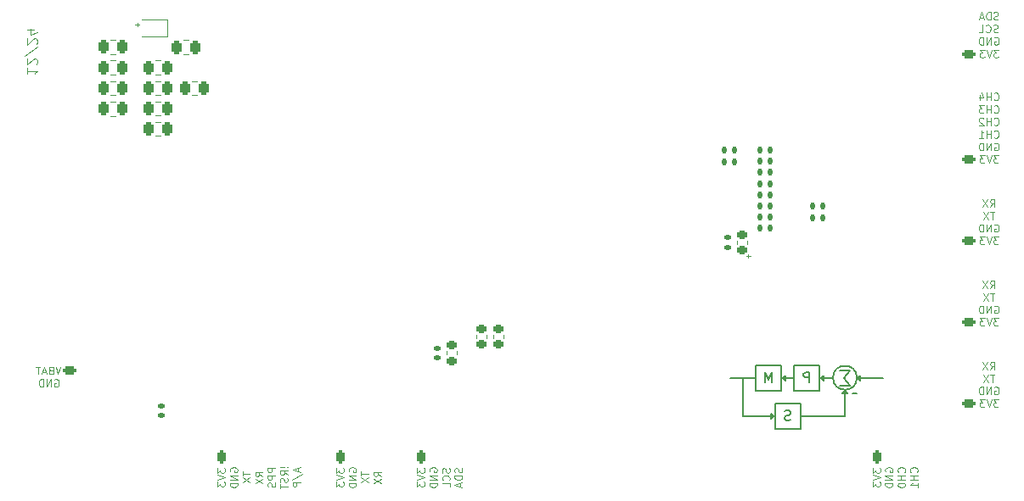
<source format=gbo>
G04 #@! TF.GenerationSoftware,KiCad,Pcbnew,8.0.5*
G04 #@! TF.CreationDate,2025-02-16T07:26:16+05:30*
G04 #@! TF.ProjectId,Hades,48616465-732e-46b6-9963-61645f706362,rev?*
G04 #@! TF.SameCoordinates,Original*
G04 #@! TF.FileFunction,Legend,Bot*
G04 #@! TF.FilePolarity,Positive*
%FSLAX46Y46*%
G04 Gerber Fmt 4.6, Leading zero omitted, Abs format (unit mm)*
G04 Created by KiCad (PCBNEW 8.0.5) date 2025-02-16 07:26:16*
%MOMM*%
%LPD*%
G01*
G04 APERTURE LIST*
G04 Aperture macros list*
%AMRoundRect*
0 Rectangle with rounded corners*
0 $1 Rounding radius*
0 $2 $3 $4 $5 $6 $7 $8 $9 X,Y pos of 4 corners*
0 Add a 4 corners polygon primitive as box body*
4,1,4,$2,$3,$4,$5,$6,$7,$8,$9,$2,$3,0*
0 Add four circle primitives for the rounded corners*
1,1,$1+$1,$2,$3*
1,1,$1+$1,$4,$5*
1,1,$1+$1,$6,$7*
1,1,$1+$1,$8,$9*
0 Add four rect primitives between the rounded corners*
20,1,$1+$1,$2,$3,$4,$5,0*
20,1,$1+$1,$4,$5,$6,$7,0*
20,1,$1+$1,$6,$7,$8,$9,0*
20,1,$1+$1,$8,$9,$2,$3,0*%
G04 Aperture macros list end*
%ADD10C,0.150000*%
%ADD11C,0.100000*%
%ADD12C,0.050000*%
%ADD13C,0.120000*%
%ADD14C,0.800000*%
%ADD15C,6.400000*%
%ADD16RoundRect,0.200000X-0.200000X-0.450000X0.200000X-0.450000X0.200000X0.450000X-0.200000X0.450000X0*%
%ADD17O,0.800000X1.300000*%
%ADD18C,2.250000*%
%ADD19C,2.400000*%
%ADD20R,5.516000X5.516000*%
%ADD21C,5.516000*%
%ADD22RoundRect,0.200000X-0.450000X0.200000X-0.450000X-0.200000X0.450000X-0.200000X0.450000X0.200000X0*%
%ADD23O,1.300000X0.800000*%
%ADD24RoundRect,0.200000X0.450000X-0.200000X0.450000X0.200000X-0.450000X0.200000X-0.450000X-0.200000X0*%
%ADD25R,1.700000X1.700000*%
%ADD26O,1.700000X1.700000*%
%ADD27C,1.800000*%
%ADD28C,2.000000*%
%ADD29RoundRect,0.147500X-0.147500X-0.172500X0.147500X-0.172500X0.147500X0.172500X-0.147500X0.172500X0*%
%ADD30RoundRect,0.243750X-0.243750X-0.456250X0.243750X-0.456250X0.243750X0.456250X-0.243750X0.456250X0*%
%ADD31RoundRect,0.243750X0.243750X0.456250X-0.243750X0.456250X-0.243750X-0.456250X0.243750X-0.456250X0*%
%ADD32RoundRect,0.218750X0.256250X-0.218750X0.256250X0.218750X-0.256250X0.218750X-0.256250X-0.218750X0*%
%ADD33RoundRect,0.147500X0.172500X-0.147500X0.172500X0.147500X-0.172500X0.147500X-0.172500X-0.147500X0*%
%ADD34R,0.600000X0.450000*%
G04 APERTURE END LIST*
D10*
X109474000Y-72732900D02*
X109220000Y-72478900D01*
X105410000Y-73748900D02*
X105410000Y-72478900D01*
X101600000Y-73748900D02*
X101600000Y-72478900D01*
X100965000Y-77558900D02*
X100965000Y-76288900D01*
X107950000Y-76288900D02*
X107950000Y-73677015D01*
X108204000Y-74002900D02*
X107950000Y-73748900D01*
X105791000Y-72732900D02*
X105537000Y-72478900D01*
X101981000Y-72732900D02*
X101727000Y-72478900D01*
X100584000Y-76542900D02*
X100838000Y-76288900D01*
X108458000Y-71716900D02*
X107823000Y-72478900D01*
X107823000Y-72478900D02*
X108458000Y-73240900D01*
X96520000Y-72478900D02*
X99060000Y-72478900D01*
X101981000Y-72224900D02*
X101981000Y-72732900D01*
X102870000Y-72478900D02*
X101600000Y-72478900D01*
X105410000Y-72478900D02*
X105410000Y-71208900D01*
X109474000Y-72224900D02*
X109474000Y-72732900D01*
X107950000Y-73748900D02*
X107696000Y-74002900D01*
X102870000Y-71208900D02*
X102870000Y-73748900D01*
X100584000Y-76034900D02*
X100584000Y-76542900D01*
X97790000Y-76288900D02*
X100965000Y-76288900D01*
X102870000Y-73748900D02*
X105410000Y-73748900D01*
X103505000Y-75018900D02*
X103505000Y-77558900D01*
X100965000Y-76288900D02*
X100965000Y-75018900D01*
X100838000Y-76288900D02*
X100584000Y-76034900D01*
X108712000Y-74002900D02*
X109093000Y-74002900D01*
X101600000Y-71208900D02*
X99060000Y-71208900D01*
X99060000Y-73748900D02*
X101600000Y-73748900D01*
X106751885Y-72478900D02*
X105410000Y-72478900D01*
X109148116Y-72478900D02*
G75*
G02*
X106751884Y-72478900I-1198116J0D01*
G01*
X106751884Y-72478900D02*
G75*
G02*
X109148116Y-72478900I1198116J0D01*
G01*
X101600000Y-72478900D02*
X101600000Y-71208900D01*
X105537000Y-72478900D02*
X105791000Y-72224900D01*
X103505000Y-76288900D02*
X107950000Y-76288900D01*
X109220000Y-72478900D02*
X109474000Y-72224900D01*
X101727000Y-72478900D02*
X101981000Y-72224900D01*
X105791000Y-72224900D02*
X105791000Y-72732900D01*
X103505000Y-77558900D02*
X100965000Y-77558900D01*
X105410000Y-71208900D02*
X102870000Y-71208900D01*
X97790000Y-72478900D02*
X97790000Y-76288900D01*
X100965000Y-75018900D02*
X103505000Y-75018900D01*
X108458000Y-73240900D02*
X107442000Y-73240900D01*
X111760000Y-72478900D02*
X109220000Y-72478900D01*
X107696000Y-74002900D02*
X108204000Y-74002900D01*
X107442000Y-71716900D02*
X108458000Y-71716900D01*
X99060000Y-71208900D02*
X99060000Y-73748900D01*
D11*
X123193856Y-37948850D02*
X123086714Y-37984564D01*
X123086714Y-37984564D02*
X122908142Y-37984564D01*
X122908142Y-37984564D02*
X122836714Y-37948850D01*
X122836714Y-37948850D02*
X122800999Y-37913135D01*
X122800999Y-37913135D02*
X122765285Y-37841707D01*
X122765285Y-37841707D02*
X122765285Y-37770278D01*
X122765285Y-37770278D02*
X122800999Y-37698850D01*
X122800999Y-37698850D02*
X122836714Y-37663135D01*
X122836714Y-37663135D02*
X122908142Y-37627421D01*
X122908142Y-37627421D02*
X123050999Y-37591707D01*
X123050999Y-37591707D02*
X123122428Y-37555992D01*
X123122428Y-37555992D02*
X123158142Y-37520278D01*
X123158142Y-37520278D02*
X123193856Y-37448850D01*
X123193856Y-37448850D02*
X123193856Y-37377421D01*
X123193856Y-37377421D02*
X123158142Y-37305992D01*
X123158142Y-37305992D02*
X123122428Y-37270278D01*
X123122428Y-37270278D02*
X123050999Y-37234564D01*
X123050999Y-37234564D02*
X122872428Y-37234564D01*
X122872428Y-37234564D02*
X122765285Y-37270278D01*
X122015285Y-37913135D02*
X122050999Y-37948850D01*
X122050999Y-37948850D02*
X122158142Y-37984564D01*
X122158142Y-37984564D02*
X122229570Y-37984564D01*
X122229570Y-37984564D02*
X122336713Y-37948850D01*
X122336713Y-37948850D02*
X122408142Y-37877421D01*
X122408142Y-37877421D02*
X122443856Y-37805992D01*
X122443856Y-37805992D02*
X122479570Y-37663135D01*
X122479570Y-37663135D02*
X122479570Y-37555992D01*
X122479570Y-37555992D02*
X122443856Y-37413135D01*
X122443856Y-37413135D02*
X122408142Y-37341707D01*
X122408142Y-37341707D02*
X122336713Y-37270278D01*
X122336713Y-37270278D02*
X122229570Y-37234564D01*
X122229570Y-37234564D02*
X122158142Y-37234564D01*
X122158142Y-37234564D02*
X122050999Y-37270278D01*
X122050999Y-37270278D02*
X122015285Y-37305992D01*
X121336713Y-37984564D02*
X121693856Y-37984564D01*
X121693856Y-37984564D02*
X121693856Y-37234564D01*
X122872428Y-38514878D02*
X122943857Y-38479164D01*
X122943857Y-38479164D02*
X123050999Y-38479164D01*
X123050999Y-38479164D02*
X123158142Y-38514878D01*
X123158142Y-38514878D02*
X123229571Y-38586307D01*
X123229571Y-38586307D02*
X123265285Y-38657735D01*
X123265285Y-38657735D02*
X123300999Y-38800592D01*
X123300999Y-38800592D02*
X123300999Y-38907735D01*
X123300999Y-38907735D02*
X123265285Y-39050592D01*
X123265285Y-39050592D02*
X123229571Y-39122021D01*
X123229571Y-39122021D02*
X123158142Y-39193450D01*
X123158142Y-39193450D02*
X123050999Y-39229164D01*
X123050999Y-39229164D02*
X122979571Y-39229164D01*
X122979571Y-39229164D02*
X122872428Y-39193450D01*
X122872428Y-39193450D02*
X122836714Y-39157735D01*
X122836714Y-39157735D02*
X122836714Y-38907735D01*
X122836714Y-38907735D02*
X122979571Y-38907735D01*
X122515285Y-39229164D02*
X122515285Y-38479164D01*
X122515285Y-38479164D02*
X122086714Y-39229164D01*
X122086714Y-39229164D02*
X122086714Y-38479164D01*
X121729571Y-39229164D02*
X121729571Y-38479164D01*
X121729571Y-38479164D02*
X121551000Y-38479164D01*
X121551000Y-38479164D02*
X121443857Y-38514878D01*
X121443857Y-38514878D02*
X121372428Y-38586307D01*
X121372428Y-38586307D02*
X121336714Y-38657735D01*
X121336714Y-38657735D02*
X121301000Y-38800592D01*
X121301000Y-38800592D02*
X121301000Y-38907735D01*
X121301000Y-38907735D02*
X121336714Y-39050592D01*
X121336714Y-39050592D02*
X121372428Y-39122021D01*
X121372428Y-39122021D02*
X121443857Y-39193450D01*
X121443857Y-39193450D02*
X121551000Y-39229164D01*
X121551000Y-39229164D02*
X121729571Y-39229164D01*
X123229571Y-39723764D02*
X122765285Y-39723764D01*
X122765285Y-39723764D02*
X123015285Y-40009478D01*
X123015285Y-40009478D02*
X122908142Y-40009478D01*
X122908142Y-40009478D02*
X122836714Y-40045192D01*
X122836714Y-40045192D02*
X122800999Y-40080907D01*
X122800999Y-40080907D02*
X122765285Y-40152335D01*
X122765285Y-40152335D02*
X122765285Y-40330907D01*
X122765285Y-40330907D02*
X122800999Y-40402335D01*
X122800999Y-40402335D02*
X122836714Y-40438050D01*
X122836714Y-40438050D02*
X122908142Y-40473764D01*
X122908142Y-40473764D02*
X123122428Y-40473764D01*
X123122428Y-40473764D02*
X123193856Y-40438050D01*
X123193856Y-40438050D02*
X123229571Y-40402335D01*
X122550999Y-39723764D02*
X122300999Y-40473764D01*
X122300999Y-40473764D02*
X122050999Y-39723764D01*
X121872428Y-39723764D02*
X121408142Y-39723764D01*
X121408142Y-39723764D02*
X121658142Y-40009478D01*
X121658142Y-40009478D02*
X121550999Y-40009478D01*
X121550999Y-40009478D02*
X121479571Y-40045192D01*
X121479571Y-40045192D02*
X121443856Y-40080907D01*
X121443856Y-40080907D02*
X121408142Y-40152335D01*
X121408142Y-40152335D02*
X121408142Y-40330907D01*
X121408142Y-40330907D02*
X121443856Y-40402335D01*
X121443856Y-40402335D02*
X121479571Y-40438050D01*
X121479571Y-40438050D02*
X121550999Y-40473764D01*
X121550999Y-40473764D02*
X121765285Y-40473764D01*
X121765285Y-40473764D02*
X121836713Y-40438050D01*
X121836713Y-40438050D02*
X121872428Y-40402335D01*
X122818857Y-44694935D02*
X122854571Y-44730650D01*
X122854571Y-44730650D02*
X122961714Y-44766364D01*
X122961714Y-44766364D02*
X123033142Y-44766364D01*
X123033142Y-44766364D02*
X123140285Y-44730650D01*
X123140285Y-44730650D02*
X123211714Y-44659221D01*
X123211714Y-44659221D02*
X123247428Y-44587792D01*
X123247428Y-44587792D02*
X123283142Y-44444935D01*
X123283142Y-44444935D02*
X123283142Y-44337792D01*
X123283142Y-44337792D02*
X123247428Y-44194935D01*
X123247428Y-44194935D02*
X123211714Y-44123507D01*
X123211714Y-44123507D02*
X123140285Y-44052078D01*
X123140285Y-44052078D02*
X123033142Y-44016364D01*
X123033142Y-44016364D02*
X122961714Y-44016364D01*
X122961714Y-44016364D02*
X122854571Y-44052078D01*
X122854571Y-44052078D02*
X122818857Y-44087792D01*
X122497428Y-44766364D02*
X122497428Y-44016364D01*
X122497428Y-44373507D02*
X122068857Y-44373507D01*
X122068857Y-44766364D02*
X122068857Y-44016364D01*
X121390286Y-44266364D02*
X121390286Y-44766364D01*
X121568857Y-43980650D02*
X121747428Y-44516364D01*
X121747428Y-44516364D02*
X121283143Y-44516364D01*
X122818857Y-45964935D02*
X122854571Y-46000650D01*
X122854571Y-46000650D02*
X122961714Y-46036364D01*
X122961714Y-46036364D02*
X123033142Y-46036364D01*
X123033142Y-46036364D02*
X123140285Y-46000650D01*
X123140285Y-46000650D02*
X123211714Y-45929221D01*
X123211714Y-45929221D02*
X123247428Y-45857792D01*
X123247428Y-45857792D02*
X123283142Y-45714935D01*
X123283142Y-45714935D02*
X123283142Y-45607792D01*
X123283142Y-45607792D02*
X123247428Y-45464935D01*
X123247428Y-45464935D02*
X123211714Y-45393507D01*
X123211714Y-45393507D02*
X123140285Y-45322078D01*
X123140285Y-45322078D02*
X123033142Y-45286364D01*
X123033142Y-45286364D02*
X122961714Y-45286364D01*
X122961714Y-45286364D02*
X122854571Y-45322078D01*
X122854571Y-45322078D02*
X122818857Y-45357792D01*
X122497428Y-46036364D02*
X122497428Y-45286364D01*
X122497428Y-45643507D02*
X122068857Y-45643507D01*
X122068857Y-46036364D02*
X122068857Y-45286364D01*
X121783143Y-45286364D02*
X121318857Y-45286364D01*
X121318857Y-45286364D02*
X121568857Y-45572078D01*
X121568857Y-45572078D02*
X121461714Y-45572078D01*
X121461714Y-45572078D02*
X121390286Y-45607792D01*
X121390286Y-45607792D02*
X121354571Y-45643507D01*
X121354571Y-45643507D02*
X121318857Y-45714935D01*
X121318857Y-45714935D02*
X121318857Y-45893507D01*
X121318857Y-45893507D02*
X121354571Y-45964935D01*
X121354571Y-45964935D02*
X121390286Y-46000650D01*
X121390286Y-46000650D02*
X121461714Y-46036364D01*
X121461714Y-46036364D02*
X121676000Y-46036364D01*
X121676000Y-46036364D02*
X121747428Y-46000650D01*
X121747428Y-46000650D02*
X121783143Y-45964935D01*
X122818857Y-47196835D02*
X122854571Y-47232550D01*
X122854571Y-47232550D02*
X122961714Y-47268264D01*
X122961714Y-47268264D02*
X123033142Y-47268264D01*
X123033142Y-47268264D02*
X123140285Y-47232550D01*
X123140285Y-47232550D02*
X123211714Y-47161121D01*
X123211714Y-47161121D02*
X123247428Y-47089692D01*
X123247428Y-47089692D02*
X123283142Y-46946835D01*
X123283142Y-46946835D02*
X123283142Y-46839692D01*
X123283142Y-46839692D02*
X123247428Y-46696835D01*
X123247428Y-46696835D02*
X123211714Y-46625407D01*
X123211714Y-46625407D02*
X123140285Y-46553978D01*
X123140285Y-46553978D02*
X123033142Y-46518264D01*
X123033142Y-46518264D02*
X122961714Y-46518264D01*
X122961714Y-46518264D02*
X122854571Y-46553978D01*
X122854571Y-46553978D02*
X122818857Y-46589692D01*
X122497428Y-47268264D02*
X122497428Y-46518264D01*
X122497428Y-46875407D02*
X122068857Y-46875407D01*
X122068857Y-47268264D02*
X122068857Y-46518264D01*
X121747428Y-46589692D02*
X121711714Y-46553978D01*
X121711714Y-46553978D02*
X121640286Y-46518264D01*
X121640286Y-46518264D02*
X121461714Y-46518264D01*
X121461714Y-46518264D02*
X121390286Y-46553978D01*
X121390286Y-46553978D02*
X121354571Y-46589692D01*
X121354571Y-46589692D02*
X121318857Y-46661121D01*
X121318857Y-46661121D02*
X121318857Y-46732550D01*
X121318857Y-46732550D02*
X121354571Y-46839692D01*
X121354571Y-46839692D02*
X121783143Y-47268264D01*
X121783143Y-47268264D02*
X121318857Y-47268264D01*
X122818857Y-48454135D02*
X122854571Y-48489850D01*
X122854571Y-48489850D02*
X122961714Y-48525564D01*
X122961714Y-48525564D02*
X123033142Y-48525564D01*
X123033142Y-48525564D02*
X123140285Y-48489850D01*
X123140285Y-48489850D02*
X123211714Y-48418421D01*
X123211714Y-48418421D02*
X123247428Y-48346992D01*
X123247428Y-48346992D02*
X123283142Y-48204135D01*
X123283142Y-48204135D02*
X123283142Y-48096992D01*
X123283142Y-48096992D02*
X123247428Y-47954135D01*
X123247428Y-47954135D02*
X123211714Y-47882707D01*
X123211714Y-47882707D02*
X123140285Y-47811278D01*
X123140285Y-47811278D02*
X123033142Y-47775564D01*
X123033142Y-47775564D02*
X122961714Y-47775564D01*
X122961714Y-47775564D02*
X122854571Y-47811278D01*
X122854571Y-47811278D02*
X122818857Y-47846992D01*
X122497428Y-48525564D02*
X122497428Y-47775564D01*
X122497428Y-48132707D02*
X122068857Y-48132707D01*
X122068857Y-48525564D02*
X122068857Y-47775564D01*
X121318857Y-48525564D02*
X121747428Y-48525564D01*
X121533143Y-48525564D02*
X121533143Y-47775564D01*
X121533143Y-47775564D02*
X121604571Y-47882707D01*
X121604571Y-47882707D02*
X121676000Y-47954135D01*
X121676000Y-47954135D02*
X121747428Y-47989850D01*
X122872428Y-49055878D02*
X122943857Y-49020164D01*
X122943857Y-49020164D02*
X123050999Y-49020164D01*
X123050999Y-49020164D02*
X123158142Y-49055878D01*
X123158142Y-49055878D02*
X123229571Y-49127307D01*
X123229571Y-49127307D02*
X123265285Y-49198735D01*
X123265285Y-49198735D02*
X123300999Y-49341592D01*
X123300999Y-49341592D02*
X123300999Y-49448735D01*
X123300999Y-49448735D02*
X123265285Y-49591592D01*
X123265285Y-49591592D02*
X123229571Y-49663021D01*
X123229571Y-49663021D02*
X123158142Y-49734450D01*
X123158142Y-49734450D02*
X123050999Y-49770164D01*
X123050999Y-49770164D02*
X122979571Y-49770164D01*
X122979571Y-49770164D02*
X122872428Y-49734450D01*
X122872428Y-49734450D02*
X122836714Y-49698735D01*
X122836714Y-49698735D02*
X122836714Y-49448735D01*
X122836714Y-49448735D02*
X122979571Y-49448735D01*
X122515285Y-49770164D02*
X122515285Y-49020164D01*
X122515285Y-49020164D02*
X122086714Y-49770164D01*
X122086714Y-49770164D02*
X122086714Y-49020164D01*
X121729571Y-49770164D02*
X121729571Y-49020164D01*
X121729571Y-49020164D02*
X121551000Y-49020164D01*
X121551000Y-49020164D02*
X121443857Y-49055878D01*
X121443857Y-49055878D02*
X121372428Y-49127307D01*
X121372428Y-49127307D02*
X121336714Y-49198735D01*
X121336714Y-49198735D02*
X121301000Y-49341592D01*
X121301000Y-49341592D02*
X121301000Y-49448735D01*
X121301000Y-49448735D02*
X121336714Y-49591592D01*
X121336714Y-49591592D02*
X121372428Y-49663021D01*
X121372428Y-49663021D02*
X121443857Y-49734450D01*
X121443857Y-49734450D02*
X121551000Y-49770164D01*
X121551000Y-49770164D02*
X121729571Y-49770164D01*
X123229571Y-50264764D02*
X122765285Y-50264764D01*
X122765285Y-50264764D02*
X123015285Y-50550478D01*
X123015285Y-50550478D02*
X122908142Y-50550478D01*
X122908142Y-50550478D02*
X122836714Y-50586192D01*
X122836714Y-50586192D02*
X122800999Y-50621907D01*
X122800999Y-50621907D02*
X122765285Y-50693335D01*
X122765285Y-50693335D02*
X122765285Y-50871907D01*
X122765285Y-50871907D02*
X122800999Y-50943335D01*
X122800999Y-50943335D02*
X122836714Y-50979050D01*
X122836714Y-50979050D02*
X122908142Y-51014764D01*
X122908142Y-51014764D02*
X123122428Y-51014764D01*
X123122428Y-51014764D02*
X123193856Y-50979050D01*
X123193856Y-50979050D02*
X123229571Y-50943335D01*
X122550999Y-50264764D02*
X122300999Y-51014764D01*
X122300999Y-51014764D02*
X122050999Y-50264764D01*
X121872428Y-50264764D02*
X121408142Y-50264764D01*
X121408142Y-50264764D02*
X121658142Y-50550478D01*
X121658142Y-50550478D02*
X121550999Y-50550478D01*
X121550999Y-50550478D02*
X121479571Y-50586192D01*
X121479571Y-50586192D02*
X121443856Y-50621907D01*
X121443856Y-50621907D02*
X121408142Y-50693335D01*
X121408142Y-50693335D02*
X121408142Y-50871907D01*
X121408142Y-50871907D02*
X121443856Y-50943335D01*
X121443856Y-50943335D02*
X121479571Y-50979050D01*
X121479571Y-50979050D02*
X121550999Y-51014764D01*
X121550999Y-51014764D02*
X121765285Y-51014764D01*
X121765285Y-51014764D02*
X121836713Y-50979050D01*
X121836713Y-50979050D02*
X121872428Y-50943335D01*
X122426000Y-55396264D02*
X122676000Y-55039121D01*
X122854571Y-55396264D02*
X122854571Y-54646264D01*
X122854571Y-54646264D02*
X122568857Y-54646264D01*
X122568857Y-54646264D02*
X122497428Y-54681978D01*
X122497428Y-54681978D02*
X122461714Y-54717692D01*
X122461714Y-54717692D02*
X122426000Y-54789121D01*
X122426000Y-54789121D02*
X122426000Y-54896264D01*
X122426000Y-54896264D02*
X122461714Y-54967692D01*
X122461714Y-54967692D02*
X122497428Y-55003407D01*
X122497428Y-55003407D02*
X122568857Y-55039121D01*
X122568857Y-55039121D02*
X122854571Y-55039121D01*
X122176000Y-54646264D02*
X121676000Y-55396264D01*
X121676000Y-54646264D02*
X122176000Y-55396264D01*
X122872428Y-55903564D02*
X122443857Y-55903564D01*
X122658142Y-56653564D02*
X122658142Y-55903564D01*
X122265285Y-55903564D02*
X121765285Y-56653564D01*
X121765285Y-55903564D02*
X122265285Y-56653564D01*
X122872428Y-57183878D02*
X122943857Y-57148164D01*
X122943857Y-57148164D02*
X123050999Y-57148164D01*
X123050999Y-57148164D02*
X123158142Y-57183878D01*
X123158142Y-57183878D02*
X123229571Y-57255307D01*
X123229571Y-57255307D02*
X123265285Y-57326735D01*
X123265285Y-57326735D02*
X123300999Y-57469592D01*
X123300999Y-57469592D02*
X123300999Y-57576735D01*
X123300999Y-57576735D02*
X123265285Y-57719592D01*
X123265285Y-57719592D02*
X123229571Y-57791021D01*
X123229571Y-57791021D02*
X123158142Y-57862450D01*
X123158142Y-57862450D02*
X123050999Y-57898164D01*
X123050999Y-57898164D02*
X122979571Y-57898164D01*
X122979571Y-57898164D02*
X122872428Y-57862450D01*
X122872428Y-57862450D02*
X122836714Y-57826735D01*
X122836714Y-57826735D02*
X122836714Y-57576735D01*
X122836714Y-57576735D02*
X122979571Y-57576735D01*
X122515285Y-57898164D02*
X122515285Y-57148164D01*
X122515285Y-57148164D02*
X122086714Y-57898164D01*
X122086714Y-57898164D02*
X122086714Y-57148164D01*
X121729571Y-57898164D02*
X121729571Y-57148164D01*
X121729571Y-57148164D02*
X121551000Y-57148164D01*
X121551000Y-57148164D02*
X121443857Y-57183878D01*
X121443857Y-57183878D02*
X121372428Y-57255307D01*
X121372428Y-57255307D02*
X121336714Y-57326735D01*
X121336714Y-57326735D02*
X121301000Y-57469592D01*
X121301000Y-57469592D02*
X121301000Y-57576735D01*
X121301000Y-57576735D02*
X121336714Y-57719592D01*
X121336714Y-57719592D02*
X121372428Y-57791021D01*
X121372428Y-57791021D02*
X121443857Y-57862450D01*
X121443857Y-57862450D02*
X121551000Y-57898164D01*
X121551000Y-57898164D02*
X121729571Y-57898164D01*
X123229571Y-58392764D02*
X122765285Y-58392764D01*
X122765285Y-58392764D02*
X123015285Y-58678478D01*
X123015285Y-58678478D02*
X122908142Y-58678478D01*
X122908142Y-58678478D02*
X122836714Y-58714192D01*
X122836714Y-58714192D02*
X122800999Y-58749907D01*
X122800999Y-58749907D02*
X122765285Y-58821335D01*
X122765285Y-58821335D02*
X122765285Y-58999907D01*
X122765285Y-58999907D02*
X122800999Y-59071335D01*
X122800999Y-59071335D02*
X122836714Y-59107050D01*
X122836714Y-59107050D02*
X122908142Y-59142764D01*
X122908142Y-59142764D02*
X123122428Y-59142764D01*
X123122428Y-59142764D02*
X123193856Y-59107050D01*
X123193856Y-59107050D02*
X123229571Y-59071335D01*
X122550999Y-58392764D02*
X122300999Y-59142764D01*
X122300999Y-59142764D02*
X122050999Y-58392764D01*
X121872428Y-58392764D02*
X121408142Y-58392764D01*
X121408142Y-58392764D02*
X121658142Y-58678478D01*
X121658142Y-58678478D02*
X121550999Y-58678478D01*
X121550999Y-58678478D02*
X121479571Y-58714192D01*
X121479571Y-58714192D02*
X121443856Y-58749907D01*
X121443856Y-58749907D02*
X121408142Y-58821335D01*
X121408142Y-58821335D02*
X121408142Y-58999907D01*
X121408142Y-58999907D02*
X121443856Y-59071335D01*
X121443856Y-59071335D02*
X121479571Y-59107050D01*
X121479571Y-59107050D02*
X121550999Y-59142764D01*
X121550999Y-59142764D02*
X121765285Y-59142764D01*
X121765285Y-59142764D02*
X121836713Y-59107050D01*
X121836713Y-59107050D02*
X121872428Y-59071335D01*
X122426000Y-63524264D02*
X122676000Y-63167121D01*
X122854571Y-63524264D02*
X122854571Y-62774264D01*
X122854571Y-62774264D02*
X122568857Y-62774264D01*
X122568857Y-62774264D02*
X122497428Y-62809978D01*
X122497428Y-62809978D02*
X122461714Y-62845692D01*
X122461714Y-62845692D02*
X122426000Y-62917121D01*
X122426000Y-62917121D02*
X122426000Y-63024264D01*
X122426000Y-63024264D02*
X122461714Y-63095692D01*
X122461714Y-63095692D02*
X122497428Y-63131407D01*
X122497428Y-63131407D02*
X122568857Y-63167121D01*
X122568857Y-63167121D02*
X122854571Y-63167121D01*
X122176000Y-62774264D02*
X121676000Y-63524264D01*
X121676000Y-62774264D02*
X122176000Y-63524264D01*
X122872428Y-64031564D02*
X122443857Y-64031564D01*
X122658142Y-64781564D02*
X122658142Y-64031564D01*
X122265285Y-64031564D02*
X121765285Y-64781564D01*
X121765285Y-64031564D02*
X122265285Y-64781564D01*
X122872428Y-65311878D02*
X122943857Y-65276164D01*
X122943857Y-65276164D02*
X123050999Y-65276164D01*
X123050999Y-65276164D02*
X123158142Y-65311878D01*
X123158142Y-65311878D02*
X123229571Y-65383307D01*
X123229571Y-65383307D02*
X123265285Y-65454735D01*
X123265285Y-65454735D02*
X123300999Y-65597592D01*
X123300999Y-65597592D02*
X123300999Y-65704735D01*
X123300999Y-65704735D02*
X123265285Y-65847592D01*
X123265285Y-65847592D02*
X123229571Y-65919021D01*
X123229571Y-65919021D02*
X123158142Y-65990450D01*
X123158142Y-65990450D02*
X123050999Y-66026164D01*
X123050999Y-66026164D02*
X122979571Y-66026164D01*
X122979571Y-66026164D02*
X122872428Y-65990450D01*
X122872428Y-65990450D02*
X122836714Y-65954735D01*
X122836714Y-65954735D02*
X122836714Y-65704735D01*
X122836714Y-65704735D02*
X122979571Y-65704735D01*
X122515285Y-66026164D02*
X122515285Y-65276164D01*
X122515285Y-65276164D02*
X122086714Y-66026164D01*
X122086714Y-66026164D02*
X122086714Y-65276164D01*
X121729571Y-66026164D02*
X121729571Y-65276164D01*
X121729571Y-65276164D02*
X121551000Y-65276164D01*
X121551000Y-65276164D02*
X121443857Y-65311878D01*
X121443857Y-65311878D02*
X121372428Y-65383307D01*
X121372428Y-65383307D02*
X121336714Y-65454735D01*
X121336714Y-65454735D02*
X121301000Y-65597592D01*
X121301000Y-65597592D02*
X121301000Y-65704735D01*
X121301000Y-65704735D02*
X121336714Y-65847592D01*
X121336714Y-65847592D02*
X121372428Y-65919021D01*
X121372428Y-65919021D02*
X121443857Y-65990450D01*
X121443857Y-65990450D02*
X121551000Y-66026164D01*
X121551000Y-66026164D02*
X121729571Y-66026164D01*
X123229571Y-66520764D02*
X122765285Y-66520764D01*
X122765285Y-66520764D02*
X123015285Y-66806478D01*
X123015285Y-66806478D02*
X122908142Y-66806478D01*
X122908142Y-66806478D02*
X122836714Y-66842192D01*
X122836714Y-66842192D02*
X122800999Y-66877907D01*
X122800999Y-66877907D02*
X122765285Y-66949335D01*
X122765285Y-66949335D02*
X122765285Y-67127907D01*
X122765285Y-67127907D02*
X122800999Y-67199335D01*
X122800999Y-67199335D02*
X122836714Y-67235050D01*
X122836714Y-67235050D02*
X122908142Y-67270764D01*
X122908142Y-67270764D02*
X123122428Y-67270764D01*
X123122428Y-67270764D02*
X123193856Y-67235050D01*
X123193856Y-67235050D02*
X123229571Y-67199335D01*
X122550999Y-66520764D02*
X122300999Y-67270764D01*
X122300999Y-67270764D02*
X122050999Y-66520764D01*
X121872428Y-66520764D02*
X121408142Y-66520764D01*
X121408142Y-66520764D02*
X121658142Y-66806478D01*
X121658142Y-66806478D02*
X121550999Y-66806478D01*
X121550999Y-66806478D02*
X121479571Y-66842192D01*
X121479571Y-66842192D02*
X121443856Y-66877907D01*
X121443856Y-66877907D02*
X121408142Y-66949335D01*
X121408142Y-66949335D02*
X121408142Y-67127907D01*
X121408142Y-67127907D02*
X121443856Y-67199335D01*
X121443856Y-67199335D02*
X121479571Y-67235050D01*
X121479571Y-67235050D02*
X121550999Y-67270764D01*
X121550999Y-67270764D02*
X121765285Y-67270764D01*
X121765285Y-67270764D02*
X121836713Y-67235050D01*
X121836713Y-67235050D02*
X121872428Y-67199335D01*
X122426000Y-71652264D02*
X122676000Y-71295121D01*
X122854571Y-71652264D02*
X122854571Y-70902264D01*
X122854571Y-70902264D02*
X122568857Y-70902264D01*
X122568857Y-70902264D02*
X122497428Y-70937978D01*
X122497428Y-70937978D02*
X122461714Y-70973692D01*
X122461714Y-70973692D02*
X122426000Y-71045121D01*
X122426000Y-71045121D02*
X122426000Y-71152264D01*
X122426000Y-71152264D02*
X122461714Y-71223692D01*
X122461714Y-71223692D02*
X122497428Y-71259407D01*
X122497428Y-71259407D02*
X122568857Y-71295121D01*
X122568857Y-71295121D02*
X122854571Y-71295121D01*
X122176000Y-70902264D02*
X121676000Y-71652264D01*
X121676000Y-70902264D02*
X122176000Y-71652264D01*
X122872428Y-72159564D02*
X122443857Y-72159564D01*
X122658142Y-72909564D02*
X122658142Y-72159564D01*
X122265285Y-72159564D02*
X121765285Y-72909564D01*
X121765285Y-72159564D02*
X122265285Y-72909564D01*
X122872428Y-73414478D02*
X122943857Y-73378764D01*
X122943857Y-73378764D02*
X123050999Y-73378764D01*
X123050999Y-73378764D02*
X123158142Y-73414478D01*
X123158142Y-73414478D02*
X123229571Y-73485907D01*
X123229571Y-73485907D02*
X123265285Y-73557335D01*
X123265285Y-73557335D02*
X123300999Y-73700192D01*
X123300999Y-73700192D02*
X123300999Y-73807335D01*
X123300999Y-73807335D02*
X123265285Y-73950192D01*
X123265285Y-73950192D02*
X123229571Y-74021621D01*
X123229571Y-74021621D02*
X123158142Y-74093050D01*
X123158142Y-74093050D02*
X123050999Y-74128764D01*
X123050999Y-74128764D02*
X122979571Y-74128764D01*
X122979571Y-74128764D02*
X122872428Y-74093050D01*
X122872428Y-74093050D02*
X122836714Y-74057335D01*
X122836714Y-74057335D02*
X122836714Y-73807335D01*
X122836714Y-73807335D02*
X122979571Y-73807335D01*
X122515285Y-74128764D02*
X122515285Y-73378764D01*
X122515285Y-73378764D02*
X122086714Y-74128764D01*
X122086714Y-74128764D02*
X122086714Y-73378764D01*
X121729571Y-74128764D02*
X121729571Y-73378764D01*
X121729571Y-73378764D02*
X121551000Y-73378764D01*
X121551000Y-73378764D02*
X121443857Y-73414478D01*
X121443857Y-73414478D02*
X121372428Y-73485907D01*
X121372428Y-73485907D02*
X121336714Y-73557335D01*
X121336714Y-73557335D02*
X121301000Y-73700192D01*
X121301000Y-73700192D02*
X121301000Y-73807335D01*
X121301000Y-73807335D02*
X121336714Y-73950192D01*
X121336714Y-73950192D02*
X121372428Y-74021621D01*
X121372428Y-74021621D02*
X121443857Y-74093050D01*
X121443857Y-74093050D02*
X121551000Y-74128764D01*
X121551000Y-74128764D02*
X121729571Y-74128764D01*
X123229571Y-74648764D02*
X122765285Y-74648764D01*
X122765285Y-74648764D02*
X123015285Y-74934478D01*
X123015285Y-74934478D02*
X122908142Y-74934478D01*
X122908142Y-74934478D02*
X122836714Y-74970192D01*
X122836714Y-74970192D02*
X122800999Y-75005907D01*
X122800999Y-75005907D02*
X122765285Y-75077335D01*
X122765285Y-75077335D02*
X122765285Y-75255907D01*
X122765285Y-75255907D02*
X122800999Y-75327335D01*
X122800999Y-75327335D02*
X122836714Y-75363050D01*
X122836714Y-75363050D02*
X122908142Y-75398764D01*
X122908142Y-75398764D02*
X123122428Y-75398764D01*
X123122428Y-75398764D02*
X123193856Y-75363050D01*
X123193856Y-75363050D02*
X123229571Y-75327335D01*
X122550999Y-74648764D02*
X122300999Y-75398764D01*
X122300999Y-75398764D02*
X122050999Y-74648764D01*
X121872428Y-74648764D02*
X121408142Y-74648764D01*
X121408142Y-74648764D02*
X121658142Y-74934478D01*
X121658142Y-74934478D02*
X121550999Y-74934478D01*
X121550999Y-74934478D02*
X121479571Y-74970192D01*
X121479571Y-74970192D02*
X121443856Y-75005907D01*
X121443856Y-75005907D02*
X121408142Y-75077335D01*
X121408142Y-75077335D02*
X121408142Y-75255907D01*
X121408142Y-75255907D02*
X121443856Y-75327335D01*
X121443856Y-75327335D02*
X121479571Y-75363050D01*
X121479571Y-75363050D02*
X121550999Y-75398764D01*
X121550999Y-75398764D02*
X121765285Y-75398764D01*
X121765285Y-75398764D02*
X121836713Y-75363050D01*
X121836713Y-75363050D02*
X121872428Y-75327335D01*
X115141835Y-81905142D02*
X115177550Y-81869428D01*
X115177550Y-81869428D02*
X115213264Y-81762285D01*
X115213264Y-81762285D02*
X115213264Y-81690857D01*
X115213264Y-81690857D02*
X115177550Y-81583714D01*
X115177550Y-81583714D02*
X115106121Y-81512285D01*
X115106121Y-81512285D02*
X115034692Y-81476571D01*
X115034692Y-81476571D02*
X114891835Y-81440857D01*
X114891835Y-81440857D02*
X114784692Y-81440857D01*
X114784692Y-81440857D02*
X114641835Y-81476571D01*
X114641835Y-81476571D02*
X114570407Y-81512285D01*
X114570407Y-81512285D02*
X114498978Y-81583714D01*
X114498978Y-81583714D02*
X114463264Y-81690857D01*
X114463264Y-81690857D02*
X114463264Y-81762285D01*
X114463264Y-81762285D02*
X114498978Y-81869428D01*
X114498978Y-81869428D02*
X114534692Y-81905142D01*
X115213264Y-82226571D02*
X114463264Y-82226571D01*
X114820407Y-82226571D02*
X114820407Y-82655142D01*
X115213264Y-82655142D02*
X114463264Y-82655142D01*
X115213264Y-83405142D02*
X115213264Y-82976571D01*
X115213264Y-83190856D02*
X114463264Y-83190856D01*
X114463264Y-83190856D02*
X114570407Y-83119428D01*
X114570407Y-83119428D02*
X114641835Y-83047999D01*
X114641835Y-83047999D02*
X114677550Y-82976571D01*
X113884535Y-81905142D02*
X113920250Y-81869428D01*
X113920250Y-81869428D02*
X113955964Y-81762285D01*
X113955964Y-81762285D02*
X113955964Y-81690857D01*
X113955964Y-81690857D02*
X113920250Y-81583714D01*
X113920250Y-81583714D02*
X113848821Y-81512285D01*
X113848821Y-81512285D02*
X113777392Y-81476571D01*
X113777392Y-81476571D02*
X113634535Y-81440857D01*
X113634535Y-81440857D02*
X113527392Y-81440857D01*
X113527392Y-81440857D02*
X113384535Y-81476571D01*
X113384535Y-81476571D02*
X113313107Y-81512285D01*
X113313107Y-81512285D02*
X113241678Y-81583714D01*
X113241678Y-81583714D02*
X113205964Y-81690857D01*
X113205964Y-81690857D02*
X113205964Y-81762285D01*
X113205964Y-81762285D02*
X113241678Y-81869428D01*
X113241678Y-81869428D02*
X113277392Y-81905142D01*
X113955964Y-82226571D02*
X113205964Y-82226571D01*
X113563107Y-82226571D02*
X113563107Y-82655142D01*
X113955964Y-82655142D02*
X113205964Y-82655142D01*
X113205964Y-83155142D02*
X113205964Y-83226571D01*
X113205964Y-83226571D02*
X113241678Y-83297999D01*
X113241678Y-83297999D02*
X113277392Y-83333714D01*
X113277392Y-83333714D02*
X113348821Y-83369428D01*
X113348821Y-83369428D02*
X113491678Y-83405142D01*
X113491678Y-83405142D02*
X113670250Y-83405142D01*
X113670250Y-83405142D02*
X113813107Y-83369428D01*
X113813107Y-83369428D02*
X113884535Y-83333714D01*
X113884535Y-83333714D02*
X113920250Y-83297999D01*
X113920250Y-83297999D02*
X113955964Y-83226571D01*
X113955964Y-83226571D02*
X113955964Y-83155142D01*
X113955964Y-83155142D02*
X113920250Y-83083714D01*
X113920250Y-83083714D02*
X113884535Y-83047999D01*
X113884535Y-83047999D02*
X113813107Y-83012285D01*
X113813107Y-83012285D02*
X113670250Y-82976571D01*
X113670250Y-82976571D02*
X113491678Y-82976571D01*
X113491678Y-82976571D02*
X113348821Y-83012285D01*
X113348821Y-83012285D02*
X113277392Y-83047999D01*
X113277392Y-83047999D02*
X113241678Y-83083714D01*
X113241678Y-83083714D02*
X113205964Y-83155142D01*
X111997078Y-81851571D02*
X111961364Y-81780143D01*
X111961364Y-81780143D02*
X111961364Y-81673000D01*
X111961364Y-81673000D02*
X111997078Y-81565857D01*
X111997078Y-81565857D02*
X112068507Y-81494428D01*
X112068507Y-81494428D02*
X112139935Y-81458714D01*
X112139935Y-81458714D02*
X112282792Y-81423000D01*
X112282792Y-81423000D02*
X112389935Y-81423000D01*
X112389935Y-81423000D02*
X112532792Y-81458714D01*
X112532792Y-81458714D02*
X112604221Y-81494428D01*
X112604221Y-81494428D02*
X112675650Y-81565857D01*
X112675650Y-81565857D02*
X112711364Y-81673000D01*
X112711364Y-81673000D02*
X112711364Y-81744428D01*
X112711364Y-81744428D02*
X112675650Y-81851571D01*
X112675650Y-81851571D02*
X112639935Y-81887285D01*
X112639935Y-81887285D02*
X112389935Y-81887285D01*
X112389935Y-81887285D02*
X112389935Y-81744428D01*
X112711364Y-82208714D02*
X111961364Y-82208714D01*
X111961364Y-82208714D02*
X112711364Y-82637285D01*
X112711364Y-82637285D02*
X111961364Y-82637285D01*
X112711364Y-82994428D02*
X111961364Y-82994428D01*
X111961364Y-82994428D02*
X111961364Y-83172999D01*
X111961364Y-83172999D02*
X111997078Y-83280142D01*
X111997078Y-83280142D02*
X112068507Y-83351571D01*
X112068507Y-83351571D02*
X112139935Y-83387285D01*
X112139935Y-83387285D02*
X112282792Y-83422999D01*
X112282792Y-83422999D02*
X112389935Y-83422999D01*
X112389935Y-83422999D02*
X112532792Y-83387285D01*
X112532792Y-83387285D02*
X112604221Y-83351571D01*
X112604221Y-83351571D02*
X112675650Y-83280142D01*
X112675650Y-83280142D02*
X112711364Y-83172999D01*
X112711364Y-83172999D02*
X112711364Y-82994428D01*
X110716764Y-81494428D02*
X110716764Y-81958714D01*
X110716764Y-81958714D02*
X111002478Y-81708714D01*
X111002478Y-81708714D02*
X111002478Y-81815857D01*
X111002478Y-81815857D02*
X111038192Y-81887286D01*
X111038192Y-81887286D02*
X111073907Y-81923000D01*
X111073907Y-81923000D02*
X111145335Y-81958714D01*
X111145335Y-81958714D02*
X111323907Y-81958714D01*
X111323907Y-81958714D02*
X111395335Y-81923000D01*
X111395335Y-81923000D02*
X111431050Y-81887286D01*
X111431050Y-81887286D02*
X111466764Y-81815857D01*
X111466764Y-81815857D02*
X111466764Y-81601571D01*
X111466764Y-81601571D02*
X111431050Y-81530143D01*
X111431050Y-81530143D02*
X111395335Y-81494428D01*
X110716764Y-82173000D02*
X111466764Y-82423000D01*
X111466764Y-82423000D02*
X110716764Y-82673000D01*
X110716764Y-82851571D02*
X110716764Y-83315857D01*
X110716764Y-83315857D02*
X111002478Y-83065857D01*
X111002478Y-83065857D02*
X111002478Y-83173000D01*
X111002478Y-83173000D02*
X111038192Y-83244429D01*
X111038192Y-83244429D02*
X111073907Y-83280143D01*
X111073907Y-83280143D02*
X111145335Y-83315857D01*
X111145335Y-83315857D02*
X111323907Y-83315857D01*
X111323907Y-83315857D02*
X111395335Y-83280143D01*
X111395335Y-83280143D02*
X111431050Y-83244429D01*
X111431050Y-83244429D02*
X111466764Y-83173000D01*
X111466764Y-83173000D02*
X111466764Y-82958714D01*
X111466764Y-82958714D02*
X111431050Y-82887286D01*
X111431050Y-82887286D02*
X111395335Y-82851571D01*
X69749650Y-81512286D02*
X69785364Y-81619429D01*
X69785364Y-81619429D02*
X69785364Y-81798000D01*
X69785364Y-81798000D02*
X69749650Y-81869429D01*
X69749650Y-81869429D02*
X69713935Y-81905143D01*
X69713935Y-81905143D02*
X69642507Y-81940857D01*
X69642507Y-81940857D02*
X69571078Y-81940857D01*
X69571078Y-81940857D02*
X69499650Y-81905143D01*
X69499650Y-81905143D02*
X69463935Y-81869429D01*
X69463935Y-81869429D02*
X69428221Y-81798000D01*
X69428221Y-81798000D02*
X69392507Y-81655143D01*
X69392507Y-81655143D02*
X69356792Y-81583714D01*
X69356792Y-81583714D02*
X69321078Y-81548000D01*
X69321078Y-81548000D02*
X69249650Y-81512286D01*
X69249650Y-81512286D02*
X69178221Y-81512286D01*
X69178221Y-81512286D02*
X69106792Y-81548000D01*
X69106792Y-81548000D02*
X69071078Y-81583714D01*
X69071078Y-81583714D02*
X69035364Y-81655143D01*
X69035364Y-81655143D02*
X69035364Y-81833714D01*
X69035364Y-81833714D02*
X69071078Y-81940857D01*
X69785364Y-82262286D02*
X69035364Y-82262286D01*
X69035364Y-82262286D02*
X69035364Y-82440857D01*
X69035364Y-82440857D02*
X69071078Y-82548000D01*
X69071078Y-82548000D02*
X69142507Y-82619429D01*
X69142507Y-82619429D02*
X69213935Y-82655143D01*
X69213935Y-82655143D02*
X69356792Y-82690857D01*
X69356792Y-82690857D02*
X69463935Y-82690857D01*
X69463935Y-82690857D02*
X69606792Y-82655143D01*
X69606792Y-82655143D02*
X69678221Y-82619429D01*
X69678221Y-82619429D02*
X69749650Y-82548000D01*
X69749650Y-82548000D02*
X69785364Y-82440857D01*
X69785364Y-82440857D02*
X69785364Y-82262286D01*
X69571078Y-82976572D02*
X69571078Y-83333715D01*
X69785364Y-82905143D02*
X69035364Y-83155143D01*
X69035364Y-83155143D02*
X69785364Y-83405143D01*
X68505050Y-81530143D02*
X68540764Y-81637286D01*
X68540764Y-81637286D02*
X68540764Y-81815857D01*
X68540764Y-81815857D02*
X68505050Y-81887286D01*
X68505050Y-81887286D02*
X68469335Y-81923000D01*
X68469335Y-81923000D02*
X68397907Y-81958714D01*
X68397907Y-81958714D02*
X68326478Y-81958714D01*
X68326478Y-81958714D02*
X68255050Y-81923000D01*
X68255050Y-81923000D02*
X68219335Y-81887286D01*
X68219335Y-81887286D02*
X68183621Y-81815857D01*
X68183621Y-81815857D02*
X68147907Y-81673000D01*
X68147907Y-81673000D02*
X68112192Y-81601571D01*
X68112192Y-81601571D02*
X68076478Y-81565857D01*
X68076478Y-81565857D02*
X68005050Y-81530143D01*
X68005050Y-81530143D02*
X67933621Y-81530143D01*
X67933621Y-81530143D02*
X67862192Y-81565857D01*
X67862192Y-81565857D02*
X67826478Y-81601571D01*
X67826478Y-81601571D02*
X67790764Y-81673000D01*
X67790764Y-81673000D02*
X67790764Y-81851571D01*
X67790764Y-81851571D02*
X67826478Y-81958714D01*
X68469335Y-82708714D02*
X68505050Y-82673000D01*
X68505050Y-82673000D02*
X68540764Y-82565857D01*
X68540764Y-82565857D02*
X68540764Y-82494429D01*
X68540764Y-82494429D02*
X68505050Y-82387286D01*
X68505050Y-82387286D02*
X68433621Y-82315857D01*
X68433621Y-82315857D02*
X68362192Y-82280143D01*
X68362192Y-82280143D02*
X68219335Y-82244429D01*
X68219335Y-82244429D02*
X68112192Y-82244429D01*
X68112192Y-82244429D02*
X67969335Y-82280143D01*
X67969335Y-82280143D02*
X67897907Y-82315857D01*
X67897907Y-82315857D02*
X67826478Y-82387286D01*
X67826478Y-82387286D02*
X67790764Y-82494429D01*
X67790764Y-82494429D02*
X67790764Y-82565857D01*
X67790764Y-82565857D02*
X67826478Y-82673000D01*
X67826478Y-82673000D02*
X67862192Y-82708714D01*
X68540764Y-83387286D02*
X68540764Y-83030143D01*
X68540764Y-83030143D02*
X67790764Y-83030143D01*
X66556478Y-81851571D02*
X66520764Y-81780143D01*
X66520764Y-81780143D02*
X66520764Y-81673000D01*
X66520764Y-81673000D02*
X66556478Y-81565857D01*
X66556478Y-81565857D02*
X66627907Y-81494428D01*
X66627907Y-81494428D02*
X66699335Y-81458714D01*
X66699335Y-81458714D02*
X66842192Y-81423000D01*
X66842192Y-81423000D02*
X66949335Y-81423000D01*
X66949335Y-81423000D02*
X67092192Y-81458714D01*
X67092192Y-81458714D02*
X67163621Y-81494428D01*
X67163621Y-81494428D02*
X67235050Y-81565857D01*
X67235050Y-81565857D02*
X67270764Y-81673000D01*
X67270764Y-81673000D02*
X67270764Y-81744428D01*
X67270764Y-81744428D02*
X67235050Y-81851571D01*
X67235050Y-81851571D02*
X67199335Y-81887285D01*
X67199335Y-81887285D02*
X66949335Y-81887285D01*
X66949335Y-81887285D02*
X66949335Y-81744428D01*
X67270764Y-82208714D02*
X66520764Y-82208714D01*
X66520764Y-82208714D02*
X67270764Y-82637285D01*
X67270764Y-82637285D02*
X66520764Y-82637285D01*
X67270764Y-82994428D02*
X66520764Y-82994428D01*
X66520764Y-82994428D02*
X66520764Y-83172999D01*
X66520764Y-83172999D02*
X66556478Y-83280142D01*
X66556478Y-83280142D02*
X66627907Y-83351571D01*
X66627907Y-83351571D02*
X66699335Y-83387285D01*
X66699335Y-83387285D02*
X66842192Y-83422999D01*
X66842192Y-83422999D02*
X66949335Y-83422999D01*
X66949335Y-83422999D02*
X67092192Y-83387285D01*
X67092192Y-83387285D02*
X67163621Y-83351571D01*
X67163621Y-83351571D02*
X67235050Y-83280142D01*
X67235050Y-83280142D02*
X67270764Y-83172999D01*
X67270764Y-83172999D02*
X67270764Y-82994428D01*
X65276164Y-81494428D02*
X65276164Y-81958714D01*
X65276164Y-81958714D02*
X65561878Y-81708714D01*
X65561878Y-81708714D02*
X65561878Y-81815857D01*
X65561878Y-81815857D02*
X65597592Y-81887286D01*
X65597592Y-81887286D02*
X65633307Y-81923000D01*
X65633307Y-81923000D02*
X65704735Y-81958714D01*
X65704735Y-81958714D02*
X65883307Y-81958714D01*
X65883307Y-81958714D02*
X65954735Y-81923000D01*
X65954735Y-81923000D02*
X65990450Y-81887286D01*
X65990450Y-81887286D02*
X66026164Y-81815857D01*
X66026164Y-81815857D02*
X66026164Y-81601571D01*
X66026164Y-81601571D02*
X65990450Y-81530143D01*
X65990450Y-81530143D02*
X65954735Y-81494428D01*
X65276164Y-82173000D02*
X66026164Y-82423000D01*
X66026164Y-82423000D02*
X65276164Y-82673000D01*
X65276164Y-82851571D02*
X65276164Y-83315857D01*
X65276164Y-83315857D02*
X65561878Y-83065857D01*
X65561878Y-83065857D02*
X65561878Y-83173000D01*
X65561878Y-83173000D02*
X65597592Y-83244429D01*
X65597592Y-83244429D02*
X65633307Y-83280143D01*
X65633307Y-83280143D02*
X65704735Y-83315857D01*
X65704735Y-83315857D02*
X65883307Y-83315857D01*
X65883307Y-83315857D02*
X65954735Y-83280143D01*
X65954735Y-83280143D02*
X65990450Y-83244429D01*
X65990450Y-83244429D02*
X66026164Y-83173000D01*
X66026164Y-83173000D02*
X66026164Y-82958714D01*
X66026164Y-82958714D02*
X65990450Y-82887286D01*
X65990450Y-82887286D02*
X65954735Y-82851571D01*
X61708164Y-82297999D02*
X61351021Y-82047999D01*
X61708164Y-81869428D02*
X60958164Y-81869428D01*
X60958164Y-81869428D02*
X60958164Y-82155142D01*
X60958164Y-82155142D02*
X60993878Y-82226571D01*
X60993878Y-82226571D02*
X61029592Y-82262285D01*
X61029592Y-82262285D02*
X61101021Y-82297999D01*
X61101021Y-82297999D02*
X61208164Y-82297999D01*
X61208164Y-82297999D02*
X61279592Y-82262285D01*
X61279592Y-82262285D02*
X61315307Y-82226571D01*
X61315307Y-82226571D02*
X61351021Y-82155142D01*
X61351021Y-82155142D02*
X61351021Y-81869428D01*
X60958164Y-82547999D02*
X61708164Y-83047999D01*
X60958164Y-83047999D02*
X61708164Y-82547999D01*
X59713564Y-81851571D02*
X59713564Y-82280143D01*
X60463564Y-82065857D02*
X59713564Y-82065857D01*
X59713564Y-82458714D02*
X60463564Y-82958714D01*
X59713564Y-82958714D02*
X60463564Y-82458714D01*
X58491978Y-81851571D02*
X58456264Y-81780143D01*
X58456264Y-81780143D02*
X58456264Y-81673000D01*
X58456264Y-81673000D02*
X58491978Y-81565857D01*
X58491978Y-81565857D02*
X58563407Y-81494428D01*
X58563407Y-81494428D02*
X58634835Y-81458714D01*
X58634835Y-81458714D02*
X58777692Y-81423000D01*
X58777692Y-81423000D02*
X58884835Y-81423000D01*
X58884835Y-81423000D02*
X59027692Y-81458714D01*
X59027692Y-81458714D02*
X59099121Y-81494428D01*
X59099121Y-81494428D02*
X59170550Y-81565857D01*
X59170550Y-81565857D02*
X59206264Y-81673000D01*
X59206264Y-81673000D02*
X59206264Y-81744428D01*
X59206264Y-81744428D02*
X59170550Y-81851571D01*
X59170550Y-81851571D02*
X59134835Y-81887285D01*
X59134835Y-81887285D02*
X58884835Y-81887285D01*
X58884835Y-81887285D02*
X58884835Y-81744428D01*
X59206264Y-82208714D02*
X58456264Y-82208714D01*
X58456264Y-82208714D02*
X59206264Y-82637285D01*
X59206264Y-82637285D02*
X58456264Y-82637285D01*
X59206264Y-82994428D02*
X58456264Y-82994428D01*
X58456264Y-82994428D02*
X58456264Y-83172999D01*
X58456264Y-83172999D02*
X58491978Y-83280142D01*
X58491978Y-83280142D02*
X58563407Y-83351571D01*
X58563407Y-83351571D02*
X58634835Y-83387285D01*
X58634835Y-83387285D02*
X58777692Y-83422999D01*
X58777692Y-83422999D02*
X58884835Y-83422999D01*
X58884835Y-83422999D02*
X59027692Y-83387285D01*
X59027692Y-83387285D02*
X59099121Y-83351571D01*
X59099121Y-83351571D02*
X59170550Y-83280142D01*
X59170550Y-83280142D02*
X59206264Y-83172999D01*
X59206264Y-83172999D02*
X59206264Y-82994428D01*
X53416678Y-81476572D02*
X53416678Y-81833715D01*
X53630964Y-81405143D02*
X52880964Y-81655143D01*
X52880964Y-81655143D02*
X53630964Y-81905143D01*
X52845250Y-82690857D02*
X53809535Y-82048000D01*
X53630964Y-82940857D02*
X52880964Y-82940857D01*
X52880964Y-82940857D02*
X52880964Y-83226571D01*
X52880964Y-83226571D02*
X52916678Y-83298000D01*
X52916678Y-83298000D02*
X52952392Y-83333714D01*
X52952392Y-83333714D02*
X53023821Y-83369428D01*
X53023821Y-83369428D02*
X53130964Y-83369428D01*
X53130964Y-83369428D02*
X53202392Y-83333714D01*
X53202392Y-83333714D02*
X53238107Y-83298000D01*
X53238107Y-83298000D02*
X53273821Y-83226571D01*
X53273821Y-83226571D02*
X53273821Y-82940857D01*
X52314935Y-81405142D02*
X52350650Y-81440856D01*
X52350650Y-81440856D02*
X52386364Y-81405142D01*
X52386364Y-81405142D02*
X52350650Y-81369428D01*
X52350650Y-81369428D02*
X52314935Y-81405142D01*
X52314935Y-81405142D02*
X52386364Y-81405142D01*
X52100650Y-81405142D02*
X51672078Y-81369428D01*
X51672078Y-81369428D02*
X51636364Y-81405142D01*
X51636364Y-81405142D02*
X51672078Y-81440856D01*
X51672078Y-81440856D02*
X52100650Y-81405142D01*
X52100650Y-81405142D02*
X51636364Y-81405142D01*
X52386364Y-82190856D02*
X52029221Y-81940856D01*
X52386364Y-81762285D02*
X51636364Y-81762285D01*
X51636364Y-81762285D02*
X51636364Y-82047999D01*
X51636364Y-82047999D02*
X51672078Y-82119428D01*
X51672078Y-82119428D02*
X51707792Y-82155142D01*
X51707792Y-82155142D02*
X51779221Y-82190856D01*
X51779221Y-82190856D02*
X51886364Y-82190856D01*
X51886364Y-82190856D02*
X51957792Y-82155142D01*
X51957792Y-82155142D02*
X51993507Y-82119428D01*
X51993507Y-82119428D02*
X52029221Y-82047999D01*
X52029221Y-82047999D02*
X52029221Y-81762285D01*
X52350650Y-82476571D02*
X52386364Y-82583714D01*
X52386364Y-82583714D02*
X52386364Y-82762285D01*
X52386364Y-82762285D02*
X52350650Y-82833714D01*
X52350650Y-82833714D02*
X52314935Y-82869428D01*
X52314935Y-82869428D02*
X52243507Y-82905142D01*
X52243507Y-82905142D02*
X52172078Y-82905142D01*
X52172078Y-82905142D02*
X52100650Y-82869428D01*
X52100650Y-82869428D02*
X52064935Y-82833714D01*
X52064935Y-82833714D02*
X52029221Y-82762285D01*
X52029221Y-82762285D02*
X51993507Y-82619428D01*
X51993507Y-82619428D02*
X51957792Y-82547999D01*
X51957792Y-82547999D02*
X51922078Y-82512285D01*
X51922078Y-82512285D02*
X51850650Y-82476571D01*
X51850650Y-82476571D02*
X51779221Y-82476571D01*
X51779221Y-82476571D02*
X51707792Y-82512285D01*
X51707792Y-82512285D02*
X51672078Y-82547999D01*
X51672078Y-82547999D02*
X51636364Y-82619428D01*
X51636364Y-82619428D02*
X51636364Y-82797999D01*
X51636364Y-82797999D02*
X51672078Y-82905142D01*
X51636364Y-83119428D02*
X51636364Y-83548000D01*
X52386364Y-83333714D02*
X51636364Y-83333714D01*
X51141764Y-81494428D02*
X50391764Y-81494428D01*
X50391764Y-81494428D02*
X50391764Y-81780142D01*
X50391764Y-81780142D02*
X50427478Y-81851571D01*
X50427478Y-81851571D02*
X50463192Y-81887285D01*
X50463192Y-81887285D02*
X50534621Y-81922999D01*
X50534621Y-81922999D02*
X50641764Y-81922999D01*
X50641764Y-81922999D02*
X50713192Y-81887285D01*
X50713192Y-81887285D02*
X50748907Y-81851571D01*
X50748907Y-81851571D02*
X50784621Y-81780142D01*
X50784621Y-81780142D02*
X50784621Y-81494428D01*
X51141764Y-82244428D02*
X50391764Y-82244428D01*
X50391764Y-82244428D02*
X50391764Y-82530142D01*
X50391764Y-82530142D02*
X50427478Y-82601571D01*
X50427478Y-82601571D02*
X50463192Y-82637285D01*
X50463192Y-82637285D02*
X50534621Y-82672999D01*
X50534621Y-82672999D02*
X50641764Y-82672999D01*
X50641764Y-82672999D02*
X50713192Y-82637285D01*
X50713192Y-82637285D02*
X50748907Y-82601571D01*
X50748907Y-82601571D02*
X50784621Y-82530142D01*
X50784621Y-82530142D02*
X50784621Y-82244428D01*
X51106050Y-82958714D02*
X51141764Y-83065857D01*
X51141764Y-83065857D02*
X51141764Y-83244428D01*
X51141764Y-83244428D02*
X51106050Y-83315857D01*
X51106050Y-83315857D02*
X51070335Y-83351571D01*
X51070335Y-83351571D02*
X50998907Y-83387285D01*
X50998907Y-83387285D02*
X50927478Y-83387285D01*
X50927478Y-83387285D02*
X50856050Y-83351571D01*
X50856050Y-83351571D02*
X50820335Y-83315857D01*
X50820335Y-83315857D02*
X50784621Y-83244428D01*
X50784621Y-83244428D02*
X50748907Y-83101571D01*
X50748907Y-83101571D02*
X50713192Y-83030142D01*
X50713192Y-83030142D02*
X50677478Y-82994428D01*
X50677478Y-82994428D02*
X50606050Y-82958714D01*
X50606050Y-82958714D02*
X50534621Y-82958714D01*
X50534621Y-82958714D02*
X50463192Y-82994428D01*
X50463192Y-82994428D02*
X50427478Y-83030142D01*
X50427478Y-83030142D02*
X50391764Y-83101571D01*
X50391764Y-83101571D02*
X50391764Y-83280142D01*
X50391764Y-83280142D02*
X50427478Y-83387285D01*
X49897164Y-82297999D02*
X49540021Y-82047999D01*
X49897164Y-81869428D02*
X49147164Y-81869428D01*
X49147164Y-81869428D02*
X49147164Y-82155142D01*
X49147164Y-82155142D02*
X49182878Y-82226571D01*
X49182878Y-82226571D02*
X49218592Y-82262285D01*
X49218592Y-82262285D02*
X49290021Y-82297999D01*
X49290021Y-82297999D02*
X49397164Y-82297999D01*
X49397164Y-82297999D02*
X49468592Y-82262285D01*
X49468592Y-82262285D02*
X49504307Y-82226571D01*
X49504307Y-82226571D02*
X49540021Y-82155142D01*
X49540021Y-82155142D02*
X49540021Y-81869428D01*
X49147164Y-82547999D02*
X49897164Y-83047999D01*
X49147164Y-83047999D02*
X49897164Y-82547999D01*
X47877164Y-81851571D02*
X47877164Y-82280143D01*
X48627164Y-82065857D02*
X47877164Y-82065857D01*
X47877164Y-82458714D02*
X48627164Y-82958714D01*
X47877164Y-82958714D02*
X48627164Y-82458714D01*
X46668278Y-81851571D02*
X46632564Y-81780143D01*
X46632564Y-81780143D02*
X46632564Y-81673000D01*
X46632564Y-81673000D02*
X46668278Y-81565857D01*
X46668278Y-81565857D02*
X46739707Y-81494428D01*
X46739707Y-81494428D02*
X46811135Y-81458714D01*
X46811135Y-81458714D02*
X46953992Y-81423000D01*
X46953992Y-81423000D02*
X47061135Y-81423000D01*
X47061135Y-81423000D02*
X47203992Y-81458714D01*
X47203992Y-81458714D02*
X47275421Y-81494428D01*
X47275421Y-81494428D02*
X47346850Y-81565857D01*
X47346850Y-81565857D02*
X47382564Y-81673000D01*
X47382564Y-81673000D02*
X47382564Y-81744428D01*
X47382564Y-81744428D02*
X47346850Y-81851571D01*
X47346850Y-81851571D02*
X47311135Y-81887285D01*
X47311135Y-81887285D02*
X47061135Y-81887285D01*
X47061135Y-81887285D02*
X47061135Y-81744428D01*
X47382564Y-82208714D02*
X46632564Y-82208714D01*
X46632564Y-82208714D02*
X47382564Y-82637285D01*
X47382564Y-82637285D02*
X46632564Y-82637285D01*
X47382564Y-82994428D02*
X46632564Y-82994428D01*
X46632564Y-82994428D02*
X46632564Y-83172999D01*
X46632564Y-83172999D02*
X46668278Y-83280142D01*
X46668278Y-83280142D02*
X46739707Y-83351571D01*
X46739707Y-83351571D02*
X46811135Y-83387285D01*
X46811135Y-83387285D02*
X46953992Y-83422999D01*
X46953992Y-83422999D02*
X47061135Y-83422999D01*
X47061135Y-83422999D02*
X47203992Y-83387285D01*
X47203992Y-83387285D02*
X47275421Y-83351571D01*
X47275421Y-83351571D02*
X47346850Y-83280142D01*
X47346850Y-83280142D02*
X47382564Y-83172999D01*
X47382564Y-83172999D02*
X47382564Y-82994428D01*
X45375264Y-81494428D02*
X45375264Y-81958714D01*
X45375264Y-81958714D02*
X45660978Y-81708714D01*
X45660978Y-81708714D02*
X45660978Y-81815857D01*
X45660978Y-81815857D02*
X45696692Y-81887286D01*
X45696692Y-81887286D02*
X45732407Y-81923000D01*
X45732407Y-81923000D02*
X45803835Y-81958714D01*
X45803835Y-81958714D02*
X45982407Y-81958714D01*
X45982407Y-81958714D02*
X46053835Y-81923000D01*
X46053835Y-81923000D02*
X46089550Y-81887286D01*
X46089550Y-81887286D02*
X46125264Y-81815857D01*
X46125264Y-81815857D02*
X46125264Y-81601571D01*
X46125264Y-81601571D02*
X46089550Y-81530143D01*
X46089550Y-81530143D02*
X46053835Y-81494428D01*
X45375264Y-82173000D02*
X46125264Y-82423000D01*
X46125264Y-82423000D02*
X45375264Y-82673000D01*
X45375264Y-82851571D02*
X45375264Y-83315857D01*
X45375264Y-83315857D02*
X45660978Y-83065857D01*
X45660978Y-83065857D02*
X45660978Y-83173000D01*
X45660978Y-83173000D02*
X45696692Y-83244429D01*
X45696692Y-83244429D02*
X45732407Y-83280143D01*
X45732407Y-83280143D02*
X45803835Y-83315857D01*
X45803835Y-83315857D02*
X45982407Y-83315857D01*
X45982407Y-83315857D02*
X46053835Y-83280143D01*
X46053835Y-83280143D02*
X46089550Y-83244429D01*
X46089550Y-83244429D02*
X46125264Y-83173000D01*
X46125264Y-83173000D02*
X46125264Y-82958714D01*
X46125264Y-82958714D02*
X46089550Y-82887286D01*
X46089550Y-82887286D02*
X46053835Y-82851571D01*
X29146428Y-72652478D02*
X29217857Y-72616764D01*
X29217857Y-72616764D02*
X29324999Y-72616764D01*
X29324999Y-72616764D02*
X29432142Y-72652478D01*
X29432142Y-72652478D02*
X29503571Y-72723907D01*
X29503571Y-72723907D02*
X29539285Y-72795335D01*
X29539285Y-72795335D02*
X29574999Y-72938192D01*
X29574999Y-72938192D02*
X29574999Y-73045335D01*
X29574999Y-73045335D02*
X29539285Y-73188192D01*
X29539285Y-73188192D02*
X29503571Y-73259621D01*
X29503571Y-73259621D02*
X29432142Y-73331050D01*
X29432142Y-73331050D02*
X29324999Y-73366764D01*
X29324999Y-73366764D02*
X29253571Y-73366764D01*
X29253571Y-73366764D02*
X29146428Y-73331050D01*
X29146428Y-73331050D02*
X29110714Y-73295335D01*
X29110714Y-73295335D02*
X29110714Y-73045335D01*
X29110714Y-73045335D02*
X29253571Y-73045335D01*
X28789285Y-73366764D02*
X28789285Y-72616764D01*
X28789285Y-72616764D02*
X28360714Y-73366764D01*
X28360714Y-73366764D02*
X28360714Y-72616764D01*
X28003571Y-73366764D02*
X28003571Y-72616764D01*
X28003571Y-72616764D02*
X27825000Y-72616764D01*
X27825000Y-72616764D02*
X27717857Y-72652478D01*
X27717857Y-72652478D02*
X27646428Y-72723907D01*
X27646428Y-72723907D02*
X27610714Y-72795335D01*
X27610714Y-72795335D02*
X27575000Y-72938192D01*
X27575000Y-72938192D02*
X27575000Y-73045335D01*
X27575000Y-73045335D02*
X27610714Y-73188192D01*
X27610714Y-73188192D02*
X27646428Y-73259621D01*
X27646428Y-73259621D02*
X27717857Y-73331050D01*
X27717857Y-73331050D02*
X27825000Y-73366764D01*
X27825000Y-73366764D02*
X28003571Y-73366764D01*
X29743642Y-71372164D02*
X29493642Y-72122164D01*
X29493642Y-72122164D02*
X29243642Y-71372164D01*
X28743642Y-71729307D02*
X28636499Y-71765021D01*
X28636499Y-71765021D02*
X28600785Y-71800735D01*
X28600785Y-71800735D02*
X28565071Y-71872164D01*
X28565071Y-71872164D02*
X28565071Y-71979307D01*
X28565071Y-71979307D02*
X28600785Y-72050735D01*
X28600785Y-72050735D02*
X28636499Y-72086450D01*
X28636499Y-72086450D02*
X28707928Y-72122164D01*
X28707928Y-72122164D02*
X28993642Y-72122164D01*
X28993642Y-72122164D02*
X28993642Y-71372164D01*
X28993642Y-71372164D02*
X28743642Y-71372164D01*
X28743642Y-71372164D02*
X28672214Y-71407878D01*
X28672214Y-71407878D02*
X28636499Y-71443592D01*
X28636499Y-71443592D02*
X28600785Y-71515021D01*
X28600785Y-71515021D02*
X28600785Y-71586450D01*
X28600785Y-71586450D02*
X28636499Y-71657878D01*
X28636499Y-71657878D02*
X28672214Y-71693592D01*
X28672214Y-71693592D02*
X28743642Y-71729307D01*
X28743642Y-71729307D02*
X28993642Y-71729307D01*
X28279356Y-71907878D02*
X27922214Y-71907878D01*
X28350785Y-72122164D02*
X28100785Y-71372164D01*
X28100785Y-71372164D02*
X27850785Y-72122164D01*
X27707928Y-71372164D02*
X27279357Y-71372164D01*
X27493642Y-72122164D02*
X27493642Y-71372164D01*
X57198964Y-81494428D02*
X57198964Y-81958714D01*
X57198964Y-81958714D02*
X57484678Y-81708714D01*
X57484678Y-81708714D02*
X57484678Y-81815857D01*
X57484678Y-81815857D02*
X57520392Y-81887286D01*
X57520392Y-81887286D02*
X57556107Y-81923000D01*
X57556107Y-81923000D02*
X57627535Y-81958714D01*
X57627535Y-81958714D02*
X57806107Y-81958714D01*
X57806107Y-81958714D02*
X57877535Y-81923000D01*
X57877535Y-81923000D02*
X57913250Y-81887286D01*
X57913250Y-81887286D02*
X57948964Y-81815857D01*
X57948964Y-81815857D02*
X57948964Y-81601571D01*
X57948964Y-81601571D02*
X57913250Y-81530143D01*
X57913250Y-81530143D02*
X57877535Y-81494428D01*
X57198964Y-82173000D02*
X57948964Y-82423000D01*
X57948964Y-82423000D02*
X57198964Y-82673000D01*
X57198964Y-82851571D02*
X57198964Y-83315857D01*
X57198964Y-83315857D02*
X57484678Y-83065857D01*
X57484678Y-83065857D02*
X57484678Y-83173000D01*
X57484678Y-83173000D02*
X57520392Y-83244429D01*
X57520392Y-83244429D02*
X57556107Y-83280143D01*
X57556107Y-83280143D02*
X57627535Y-83315857D01*
X57627535Y-83315857D02*
X57806107Y-83315857D01*
X57806107Y-83315857D02*
X57877535Y-83280143D01*
X57877535Y-83280143D02*
X57913250Y-83244429D01*
X57913250Y-83244429D02*
X57948964Y-83173000D01*
X57948964Y-83173000D02*
X57948964Y-82958714D01*
X57948964Y-82958714D02*
X57913250Y-82887286D01*
X57913250Y-82887286D02*
X57877535Y-82851571D01*
X26415780Y-41544666D02*
X26415780Y-42116094D01*
X26415780Y-41830380D02*
X27415780Y-41830380D01*
X27415780Y-41830380D02*
X27272923Y-41925618D01*
X27272923Y-41925618D02*
X27177685Y-42020856D01*
X27177685Y-42020856D02*
X27130066Y-42116094D01*
X27320542Y-41163713D02*
X27368161Y-41116094D01*
X27368161Y-41116094D02*
X27415780Y-41020856D01*
X27415780Y-41020856D02*
X27415780Y-40782761D01*
X27415780Y-40782761D02*
X27368161Y-40687523D01*
X27368161Y-40687523D02*
X27320542Y-40639904D01*
X27320542Y-40639904D02*
X27225304Y-40592285D01*
X27225304Y-40592285D02*
X27130066Y-40592285D01*
X27130066Y-40592285D02*
X26987209Y-40639904D01*
X26987209Y-40639904D02*
X26415780Y-41211332D01*
X26415780Y-41211332D02*
X26415780Y-40592285D01*
X27463400Y-39449428D02*
X26177685Y-40306570D01*
X27320542Y-39163713D02*
X27368161Y-39116094D01*
X27368161Y-39116094D02*
X27415780Y-39020856D01*
X27415780Y-39020856D02*
X27415780Y-38782761D01*
X27415780Y-38782761D02*
X27368161Y-38687523D01*
X27368161Y-38687523D02*
X27320542Y-38639904D01*
X27320542Y-38639904D02*
X27225304Y-38592285D01*
X27225304Y-38592285D02*
X27130066Y-38592285D01*
X27130066Y-38592285D02*
X26987209Y-38639904D01*
X26987209Y-38639904D02*
X26415780Y-39211332D01*
X26415780Y-39211332D02*
X26415780Y-38592285D01*
X27082447Y-37735142D02*
X26415780Y-37735142D01*
X27463400Y-37973237D02*
X26749114Y-38211332D01*
X26749114Y-38211332D02*
X26749114Y-37592285D01*
D12*
X37579276Y-37198433D02*
X37198324Y-37198433D01*
X37388800Y-37388909D02*
X37388800Y-37007957D01*
X98513876Y-60337833D02*
X98132924Y-60337833D01*
X98323400Y-60528309D02*
X98323400Y-60147357D01*
D11*
X123211713Y-36691550D02*
X123104571Y-36727264D01*
X123104571Y-36727264D02*
X122925999Y-36727264D01*
X122925999Y-36727264D02*
X122854571Y-36691550D01*
X122854571Y-36691550D02*
X122818856Y-36655835D01*
X122818856Y-36655835D02*
X122783142Y-36584407D01*
X122783142Y-36584407D02*
X122783142Y-36512978D01*
X122783142Y-36512978D02*
X122818856Y-36441550D01*
X122818856Y-36441550D02*
X122854571Y-36405835D01*
X122854571Y-36405835D02*
X122925999Y-36370121D01*
X122925999Y-36370121D02*
X123068856Y-36334407D01*
X123068856Y-36334407D02*
X123140285Y-36298692D01*
X123140285Y-36298692D02*
X123175999Y-36262978D01*
X123175999Y-36262978D02*
X123211713Y-36191550D01*
X123211713Y-36191550D02*
X123211713Y-36120121D01*
X123211713Y-36120121D02*
X123175999Y-36048692D01*
X123175999Y-36048692D02*
X123140285Y-36012978D01*
X123140285Y-36012978D02*
X123068856Y-35977264D01*
X123068856Y-35977264D02*
X122890285Y-35977264D01*
X122890285Y-35977264D02*
X122783142Y-36012978D01*
X122461713Y-36727264D02*
X122461713Y-35977264D01*
X122461713Y-35977264D02*
X122283142Y-35977264D01*
X122283142Y-35977264D02*
X122175999Y-36012978D01*
X122175999Y-36012978D02*
X122104570Y-36084407D01*
X122104570Y-36084407D02*
X122068856Y-36155835D01*
X122068856Y-36155835D02*
X122033142Y-36298692D01*
X122033142Y-36298692D02*
X122033142Y-36405835D01*
X122033142Y-36405835D02*
X122068856Y-36548692D01*
X122068856Y-36548692D02*
X122104570Y-36620121D01*
X122104570Y-36620121D02*
X122175999Y-36691550D01*
X122175999Y-36691550D02*
X122283142Y-36727264D01*
X122283142Y-36727264D02*
X122461713Y-36727264D01*
X121747427Y-36512978D02*
X121390285Y-36512978D01*
X121818856Y-36727264D02*
X121568856Y-35977264D01*
X121568856Y-35977264D02*
X121318856Y-36727264D01*
D10*
X102520713Y-76696100D02*
X102377856Y-76743719D01*
X102377856Y-76743719D02*
X102139761Y-76743719D01*
X102139761Y-76743719D02*
X102044523Y-76696100D01*
X102044523Y-76696100D02*
X101996904Y-76648480D01*
X101996904Y-76648480D02*
X101949285Y-76553242D01*
X101949285Y-76553242D02*
X101949285Y-76458004D01*
X101949285Y-76458004D02*
X101996904Y-76362766D01*
X101996904Y-76362766D02*
X102044523Y-76315147D01*
X102044523Y-76315147D02*
X102139761Y-76267528D01*
X102139761Y-76267528D02*
X102330237Y-76219909D01*
X102330237Y-76219909D02*
X102425475Y-76172290D01*
X102425475Y-76172290D02*
X102473094Y-76124671D01*
X102473094Y-76124671D02*
X102520713Y-76029433D01*
X102520713Y-76029433D02*
X102520713Y-75934195D01*
X102520713Y-75934195D02*
X102473094Y-75838957D01*
X102473094Y-75838957D02*
X102425475Y-75791338D01*
X102425475Y-75791338D02*
X102330237Y-75743719D01*
X102330237Y-75743719D02*
X102092142Y-75743719D01*
X102092142Y-75743719D02*
X101949285Y-75791338D01*
X104401904Y-72933719D02*
X104401904Y-71933719D01*
X104401904Y-71933719D02*
X104020952Y-71933719D01*
X104020952Y-71933719D02*
X103925714Y-71981338D01*
X103925714Y-71981338D02*
X103878095Y-72028957D01*
X103878095Y-72028957D02*
X103830476Y-72124195D01*
X103830476Y-72124195D02*
X103830476Y-72267052D01*
X103830476Y-72267052D02*
X103878095Y-72362290D01*
X103878095Y-72362290D02*
X103925714Y-72409909D01*
X103925714Y-72409909D02*
X104020952Y-72457528D01*
X104020952Y-72457528D02*
X104401904Y-72457528D01*
X100663332Y-72933719D02*
X100663332Y-71933719D01*
X100663332Y-71933719D02*
X100329999Y-72648004D01*
X100329999Y-72648004D02*
X99996666Y-71933719D01*
X99996666Y-71933719D02*
X99996666Y-72933719D01*
D13*
X39210722Y-46915000D02*
X39727878Y-46915000D01*
X39210722Y-48335000D02*
X39727878Y-48335000D01*
X39213022Y-44883000D02*
X39730178Y-44883000D01*
X39213022Y-46303000D02*
X39730178Y-46303000D01*
X42475678Y-38761600D02*
X41958522Y-38761600D01*
X42475678Y-40181600D02*
X41958522Y-40181600D01*
X43362378Y-42851000D02*
X42845222Y-42851000D01*
X43362378Y-44271000D02*
X42845222Y-44271000D01*
X34694122Y-42851000D02*
X35211278Y-42851000D01*
X34694122Y-44271000D02*
X35211278Y-44271000D01*
X97203800Y-59116179D02*
X97203800Y-58790621D01*
X98223800Y-59116179D02*
X98223800Y-58790621D01*
X68247800Y-70165179D02*
X68247800Y-69839621D01*
X69267800Y-70165179D02*
X69267800Y-69839621D01*
X40396000Y-36716600D02*
X37846000Y-36716600D01*
X40396000Y-36716600D02*
X40396000Y-38416600D01*
X40396000Y-38416600D02*
X37846000Y-38416600D01*
X34694122Y-44908400D02*
X35211278Y-44908400D01*
X34694122Y-46328400D02*
X35211278Y-46328400D01*
X39732478Y-40793600D02*
X39215322Y-40793600D01*
X39732478Y-42213600D02*
X39215322Y-42213600D01*
X34694122Y-40793600D02*
X35211278Y-40793600D01*
X34694122Y-42213600D02*
X35211278Y-42213600D01*
X34694122Y-38736200D02*
X35211278Y-38736200D01*
X34694122Y-40156200D02*
X35211278Y-40156200D01*
X71219600Y-68539579D02*
X71219600Y-68214021D01*
X72239600Y-68539579D02*
X72239600Y-68214021D01*
X72921400Y-68539579D02*
X72921400Y-68214021D01*
X73941400Y-68539579D02*
X73941400Y-68214021D01*
X39210722Y-42851000D02*
X39727878Y-42851000D01*
X39210722Y-44271000D02*
X39727878Y-44271000D01*
%LPC*%
D14*
X118631000Y-29845000D03*
X119333944Y-28147944D03*
X119333944Y-31542056D03*
X121031000Y-27445000D03*
D15*
X121031000Y-29845000D03*
D14*
X121031000Y-32245000D03*
X122728056Y-28147944D03*
X122728056Y-31542056D03*
X123431000Y-29845000D03*
X27445000Y-81153000D03*
X28147944Y-79455944D03*
X28147944Y-82850056D03*
X29845000Y-78753000D03*
D15*
X29845000Y-81153000D03*
D14*
X29845000Y-83553000D03*
X31542056Y-79455944D03*
X31542056Y-82850056D03*
X32245000Y-81153000D03*
X118631000Y-81153000D03*
X119333944Y-79455944D03*
X119333944Y-82850056D03*
X121031000Y-78753000D03*
D15*
X121031000Y-81153000D03*
D14*
X121031000Y-83553000D03*
X122728056Y-79455944D03*
X122728056Y-82850056D03*
X123431000Y-81153000D03*
D16*
X111125000Y-80391000D03*
D17*
X112375000Y-80391000D03*
X113625000Y-80391000D03*
X114875000Y-80391000D03*
D18*
X38633400Y-81102200D03*
D19*
X36093400Y-78562200D03*
X41173400Y-78562200D03*
X36093400Y-83642200D03*
X41173400Y-83642200D03*
D20*
X38564000Y-29972000D03*
D21*
X45764000Y-29972000D03*
D22*
X30632400Y-71780400D03*
D23*
X30632400Y-73030400D03*
D16*
X45796200Y-80391000D03*
D17*
X47046200Y-80391000D03*
X48296200Y-80391000D03*
X49546200Y-80391000D03*
X50796200Y-80391000D03*
X52046200Y-80391000D03*
X53296200Y-80391000D03*
D24*
X120269000Y-40132000D03*
D23*
X120269000Y-38882000D03*
X120269000Y-37632000D03*
X120269000Y-36382000D03*
D16*
X65684400Y-80391000D03*
D17*
X66934400Y-80391000D03*
X68184400Y-80391000D03*
X69434400Y-80391000D03*
D25*
X52451000Y-30099000D03*
D26*
X52451000Y-27559000D03*
X54991000Y-30099000D03*
X54991000Y-27559000D03*
X57531000Y-30099000D03*
X57531000Y-27559000D03*
X60071000Y-30099000D03*
X60071000Y-27559000D03*
X62611000Y-30099000D03*
X62611000Y-27559000D03*
X65151000Y-30099000D03*
X65151000Y-27559000D03*
X67691000Y-30099000D03*
X67691000Y-27559000D03*
X70231000Y-30099000D03*
X70231000Y-27559000D03*
D25*
X70231000Y-32639000D03*
D26*
X67691000Y-32639000D03*
X65151000Y-32639000D03*
X62611000Y-32639000D03*
X60071000Y-32639000D03*
X57531000Y-32639000D03*
X54991000Y-32639000D03*
X52451000Y-32639000D03*
D24*
X120269000Y-58801000D03*
D23*
X120269000Y-57551000D03*
X120269000Y-56301000D03*
X120269000Y-55051000D03*
D16*
X57607200Y-80391000D03*
D17*
X58857200Y-80391000D03*
X60107200Y-80391000D03*
X61357200Y-80391000D03*
D14*
X81367000Y-30010000D03*
X76367000Y-30010000D03*
D27*
X82742000Y-27260000D03*
D28*
X82592000Y-31060000D03*
X75142000Y-31060000D03*
D27*
X74992000Y-27260000D03*
D14*
X103465000Y-30010000D03*
X98465000Y-30010000D03*
D27*
X104840000Y-27260000D03*
D28*
X104690000Y-31060000D03*
X97240000Y-31060000D03*
D27*
X97090000Y-27260000D03*
D14*
X114514000Y-30010000D03*
X109514000Y-30010000D03*
D27*
X115889000Y-27260000D03*
D28*
X115739000Y-31060000D03*
X108289000Y-31060000D03*
D27*
X108139000Y-27260000D03*
D24*
X120269000Y-50673000D03*
D23*
X120269000Y-49423000D03*
X120269000Y-48173000D03*
X120269000Y-46923000D03*
X120269000Y-45673000D03*
X120269000Y-44423000D03*
D24*
X120269000Y-66929000D03*
D23*
X120269000Y-65679000D03*
X120269000Y-64429000D03*
X120269000Y-63179000D03*
D14*
X92416000Y-30010000D03*
X87416000Y-30010000D03*
D27*
X93791000Y-27260000D03*
D28*
X93641000Y-31060000D03*
X86191000Y-31060000D03*
D27*
X86041000Y-27260000D03*
D24*
X120269000Y-75057000D03*
D23*
X120269000Y-73807000D03*
X120269000Y-72557000D03*
X120269000Y-71307000D03*
D14*
X27318000Y-29718000D03*
X28020944Y-28020944D03*
X28020944Y-31415056D03*
X29718000Y-27318000D03*
D15*
X29718000Y-29718000D03*
D14*
X29718000Y-32118000D03*
X31415056Y-28020944D03*
X31415056Y-31415056D03*
X32118000Y-29718000D03*
D29*
X99487000Y-54203600D03*
X100457000Y-54203600D03*
X99487000Y-56438800D03*
X100457000Y-56438800D03*
X99489400Y-55321200D03*
X100459400Y-55321200D03*
X99487000Y-57556400D03*
X100457000Y-57556400D03*
D30*
X38531800Y-47625000D03*
X40406800Y-47625000D03*
X38534100Y-45593000D03*
X40409100Y-45593000D03*
D31*
X43154600Y-39471600D03*
X41279600Y-39471600D03*
X44041300Y-43561000D03*
X42166300Y-43561000D03*
D30*
X34015200Y-43561000D03*
X35890200Y-43561000D03*
D32*
X97713800Y-59740900D03*
X97713800Y-58165900D03*
D33*
X96291400Y-59438400D03*
X96291400Y-58468400D03*
D32*
X68757800Y-70789900D03*
X68757800Y-69214900D03*
D33*
X67310000Y-70487400D03*
X67310000Y-69517400D03*
X39801800Y-76276200D03*
X39801800Y-75306200D03*
D34*
X39946000Y-37566600D03*
X37846000Y-37566600D03*
D30*
X34015200Y-45618400D03*
X35890200Y-45618400D03*
D31*
X40411400Y-41503600D03*
X38536400Y-41503600D03*
D30*
X34015200Y-41503600D03*
X35890200Y-41503600D03*
X34015200Y-39446200D03*
X35890200Y-39446200D03*
D29*
X95931000Y-50901600D03*
X96901000Y-50901600D03*
X95931000Y-49733200D03*
X96901000Y-49733200D03*
X104744800Y-55321200D03*
X105714800Y-55321200D03*
X104747200Y-56489600D03*
X105717200Y-56489600D03*
X99487000Y-53086000D03*
X100457000Y-53086000D03*
X99487000Y-51968400D03*
X100457000Y-51968400D03*
X99489400Y-50850800D03*
X100459400Y-50850800D03*
X99487000Y-49733200D03*
X100457000Y-49733200D03*
D32*
X71729600Y-69164300D03*
X71729600Y-67589300D03*
X73431400Y-69164300D03*
X73431400Y-67589300D03*
D30*
X38531800Y-43561000D03*
X40406800Y-43561000D03*
%LPD*%
M02*

</source>
